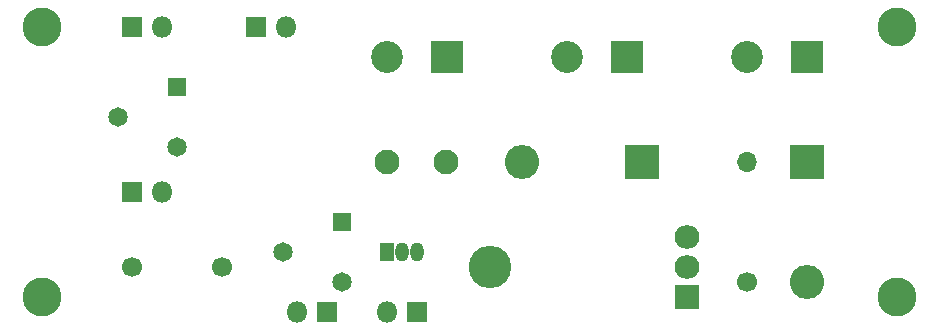
<source format=gbr>
%TF.GenerationSoftware,KiCad,Pcbnew,5.1.6*%
%TF.CreationDate,2020-11-07T14:35:20+00:00*%
%TF.ProjectId,SolarLights,536f6c61-724c-4696-9768-74732e6b6963,rev?*%
%TF.SameCoordinates,Original*%
%TF.FileFunction,Soldermask,Bot*%
%TF.FilePolarity,Negative*%
%FSLAX46Y46*%
G04 Gerber Fmt 4.6, Leading zero omitted, Abs format (unit mm)*
G04 Created by KiCad (PCBNEW 5.1.6) date 2020-11-07 14:35:20*
%MOMM*%
%LPD*%
G01*
G04 APERTURE LIST*
%ADD10C,3.300000*%
%ADD11O,2.100000X2.005000*%
%ADD12R,2.100000X2.005000*%
%ADD13O,3.600000X3.600000*%
%ADD14O,1.800000X1.800000*%
%ADD15R,1.800000X1.800000*%
%ADD16C,1.650000*%
%ADD17R,1.650000X1.650000*%
%ADD18C,1.700000*%
%ADD19O,1.700000X1.700000*%
%ADD20R,1.150000X1.600000*%
%ADD21O,1.150000X1.600000*%
%ADD22C,2.700000*%
%ADD23R,2.700000X2.700000*%
%ADD24O,2.900000X2.900000*%
%ADD25R,2.900000X2.900000*%
%ADD26C,2.100000*%
G04 APERTURE END LIST*
D10*
%TO.C, *%
X210820000Y-22860000D03*
%TD*%
%TO.C, *%
X210820000Y-45720000D03*
%TD*%
%TO.C, *%
X138430000Y-45720000D03*
%TD*%
%TO.C, *%
X138430000Y-22860000D03*
%TD*%
D11*
%TO.C,Q2*%
X193040000Y-40640000D03*
X193040000Y-43180000D03*
D12*
X193040000Y-45720000D03*
D13*
X176380000Y-43180000D03*
%TD*%
D14*
%TO.C,PV-control*%
X167640000Y-46990000D03*
D15*
X170180000Y-46990000D03*
%TD*%
D14*
%TO.C,F-Diode-Control*%
X160020000Y-46990000D03*
D15*
X162560000Y-46990000D03*
%TD*%
D16*
%TO.C,RV2*%
X158830000Y-41870000D03*
D17*
X163830000Y-39370000D03*
D16*
X163830000Y-44370000D03*
%TD*%
%TO.C,RV1*%
X144860000Y-30440000D03*
D17*
X149860000Y-27940000D03*
D16*
X149860000Y-32940000D03*
%TD*%
D18*
%TO.C,R2*%
X146070000Y-43180000D03*
X153670000Y-43180000D03*
%TD*%
D19*
%TO.C,R1*%
X198120000Y-34290000D03*
D18*
X198120000Y-44450000D03*
%TD*%
D20*
%TO.C,Q1*%
X167640000Y-41910000D03*
D21*
X170180000Y-41910000D03*
X168910000Y-41910000D03*
%TD*%
D22*
%TO.C,- Led +*%
X198120000Y-25400000D03*
D23*
X203200000Y-25400000D03*
%TD*%
D22*
%TO.C,-  Batt +*%
X182880000Y-25400000D03*
D23*
X187960000Y-25400000D03*
%TD*%
D14*
%TO.C,Use DC>DC*%
X148590000Y-36830000D03*
D15*
X146050000Y-36830000D03*
%TD*%
D14*
%TO.C,-*%
X159130000Y-22860000D03*
D15*
X156590000Y-22860000D03*
%TD*%
D14*
%TO.C,+*%
X148590000Y-22860000D03*
D15*
X146050000Y-22860000D03*
%TD*%
D22*
%TO.C,Capacitor*%
X167640000Y-25400000D03*
D23*
X172720000Y-25400000D03*
%TD*%
D24*
%TO.C,Zener offset diode*%
X203200000Y-44450000D03*
D25*
X203200000Y-34290000D03*
%TD*%
D24*
%TO.C,Protection Diode*%
X179070000Y-34290000D03*
D25*
X189230000Y-34290000D03*
%TD*%
D26*
%TO.C,+ Solar  -*%
X172640000Y-34290000D03*
X167640000Y-34290000D03*
%TD*%
M02*

</source>
